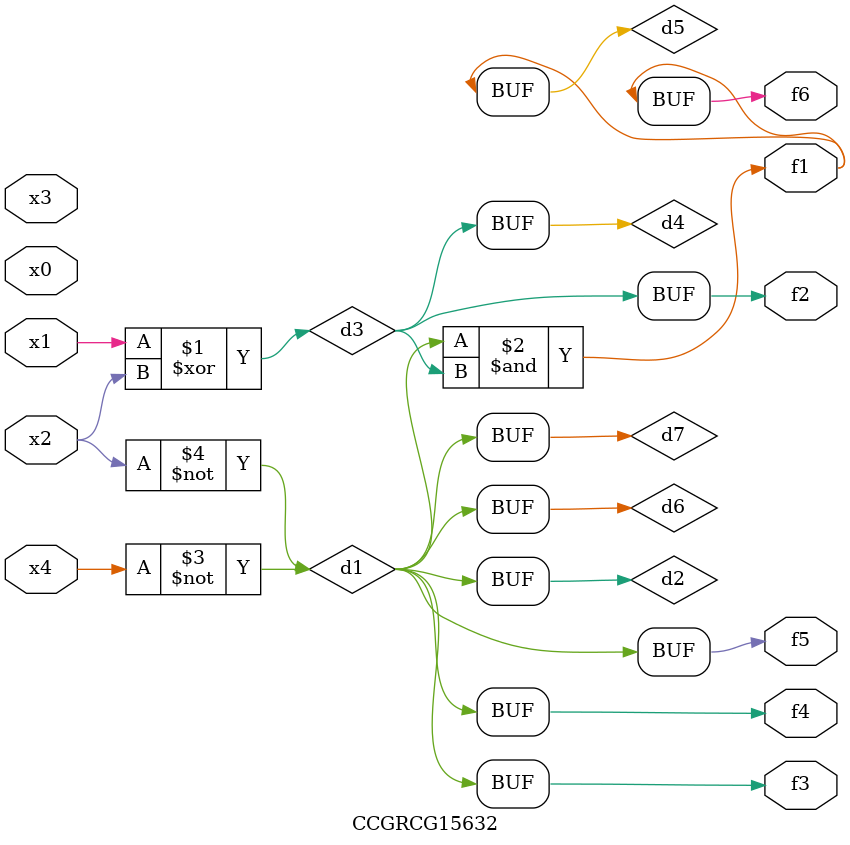
<source format=v>
module CCGRCG15632(
	input x0, x1, x2, x3, x4,
	output f1, f2, f3, f4, f5, f6
);

	wire d1, d2, d3, d4, d5, d6, d7;

	not (d1, x4);
	not (d2, x2);
	xor (d3, x1, x2);
	buf (d4, d3);
	and (d5, d1, d3);
	buf (d6, d1, d2);
	buf (d7, d2);
	assign f1 = d5;
	assign f2 = d4;
	assign f3 = d7;
	assign f4 = d7;
	assign f5 = d7;
	assign f6 = d5;
endmodule

</source>
